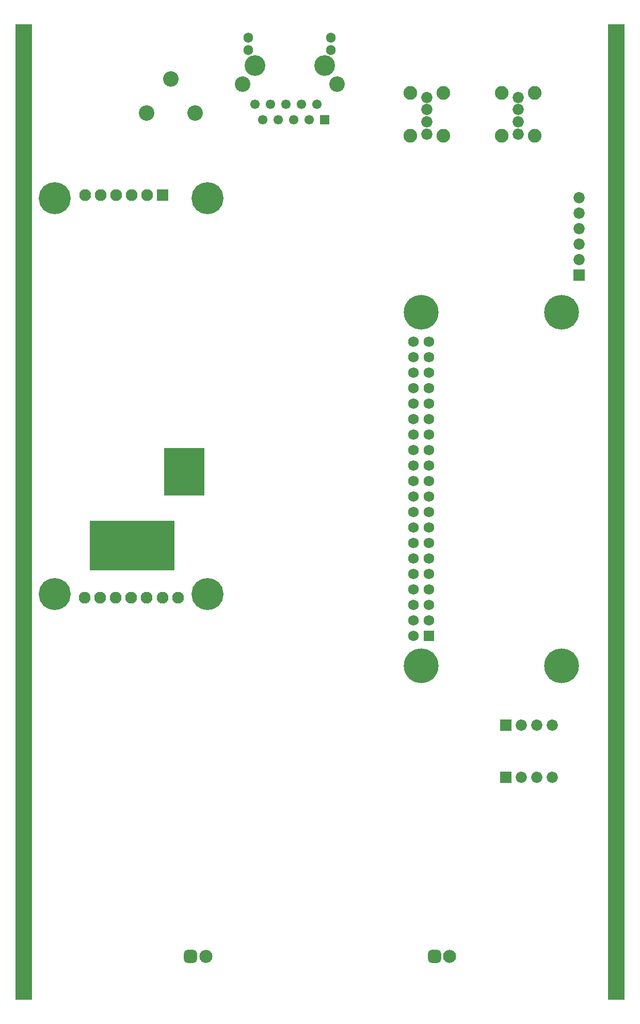
<source format=gbs>
%TF.GenerationSoftware,Altium Limited,Altium Designer,23.9.2 (47)*%
G04 Layer_Color=16711935*
%FSLAX44Y44*%
%MOMM*%
%TF.SameCoordinates,EA472C54-7DB4-4638-A036-459D61F9907A*%
%TF.FilePolarity,Negative*%
%TF.FileFunction,Soldermask,Bot*%
%TF.Part,Single*%
G01*
G75*
%TA.AperFunction,NonConductor*%
%ADD126R,2.7500X160.0000*%
%TA.AperFunction,ComponentPad*%
%ADD178C,2.5500*%
%ADD179C,5.7000*%
%ADD180R,1.7500X1.7500*%
%ADD181C,1.7500*%
%ADD182C,1.8500*%
%ADD183R,1.8500X1.8500*%
%ADD184R,1.8500X1.8500*%
%ADD185C,1.9500*%
%ADD186R,1.9500X1.9500*%
%ADD187C,5.2500*%
%ADD188C,2.2500*%
%ADD189O,1.5500X1.6700*%
%ADD190C,3.4000*%
%ADD191C,1.5500*%
%ADD192R,1.5500X1.5500*%
%ADD194C,2.1500*%
G04:AMPARAMS|DCode=195|XSize=2.15mm|YSize=2.15mm|CornerRadius=0.575mm|HoleSize=0mm|Usage=FLASHONLY|Rotation=0.000|XOffset=0mm|YOffset=0mm|HoleType=Round|Shape=RoundedRectangle|*
%AMROUNDEDRECTD195*
21,1,2.1500,1.0000,0,0,0.0*
21,1,1.0000,2.1500,0,0,0.0*
1,1,1.1500,0.5000,-0.5000*
1,1,1.1500,-0.5000,-0.5000*
1,1,1.1500,-0.5000,0.5000*
1,1,1.1500,0.5000,0.5000*
%
%ADD195ROUNDEDRECTD195*%
%TA.AperFunction,NonConductor*%
%ADD196R,13.8750X8.1500*%
%ADD197R,6.6250X7.9000*%
%TA.AperFunction,ComponentPad*%
%ADD198C,0.1500*%
D126*
X986248Y830000D02*
D03*
X13750D02*
D03*
D178*
X255000Y1540000D02*
D03*
X215351Y1484272D02*
D03*
X294722Y1484222D02*
D03*
X527450Y1532000D02*
D03*
X372550D02*
D03*
D179*
X895988Y577918D02*
D03*
X665988D02*
D03*
X895988Y1157918D02*
D03*
X665988D02*
D03*
D180*
X678688Y626618D02*
D03*
D181*
X653288D02*
D03*
Y652018D02*
D03*
Y677418D02*
D03*
Y702818D02*
D03*
Y728218D02*
D03*
Y753618D02*
D03*
Y779018D02*
D03*
Y804418D02*
D03*
Y829818D02*
D03*
Y855218D02*
D03*
Y880618D02*
D03*
Y906018D02*
D03*
Y931418D02*
D03*
Y956818D02*
D03*
Y982218D02*
D03*
Y1007618D02*
D03*
Y1033018D02*
D03*
Y1058418D02*
D03*
Y1083818D02*
D03*
X678688Y1109218D02*
D03*
X653288D02*
D03*
X678688Y1083818D02*
D03*
Y1058418D02*
D03*
Y1033018D02*
D03*
Y1007618D02*
D03*
Y982218D02*
D03*
Y956818D02*
D03*
Y931418D02*
D03*
Y906018D02*
D03*
Y880618D02*
D03*
Y855218D02*
D03*
Y829818D02*
D03*
Y804418D02*
D03*
Y779018D02*
D03*
Y753618D02*
D03*
Y728218D02*
D03*
Y702818D02*
D03*
Y677418D02*
D03*
Y652018D02*
D03*
D182*
X925000Y1295000D02*
D03*
Y1269600D02*
D03*
Y1244200D02*
D03*
Y1320400D02*
D03*
Y1345800D02*
D03*
X830400Y480000D02*
D03*
X881200D02*
D03*
X855800D02*
D03*
X675000Y1470000D02*
D03*
Y1510000D02*
D03*
Y1450000D02*
D03*
Y1490000D02*
D03*
X825000D02*
D03*
Y1450000D02*
D03*
Y1510000D02*
D03*
Y1470000D02*
D03*
X830400Y395000D02*
D03*
X881200D02*
D03*
X855800D02*
D03*
D183*
X925000Y1218800D02*
D03*
D184*
X805000Y480000D02*
D03*
Y395000D02*
D03*
D185*
X189850Y689600D02*
D03*
X164450D02*
D03*
X114400Y1350000D02*
D03*
X139800D02*
D03*
X165200D02*
D03*
X190600D02*
D03*
X216000D02*
D03*
X266850Y689600D02*
D03*
X241450D02*
D03*
X215250D02*
D03*
X113650D02*
D03*
X139050D02*
D03*
D186*
X241400Y1350000D02*
D03*
D187*
X315150Y1345000D02*
D03*
X64850D02*
D03*
Y695000D02*
D03*
X315150D02*
D03*
D188*
X702200Y1447300D02*
D03*
Y1517300D02*
D03*
X647800D02*
D03*
Y1447300D02*
D03*
X797800D02*
D03*
Y1517300D02*
D03*
X852200D02*
D03*
Y1447300D02*
D03*
D189*
X518000Y1588000D02*
D03*
Y1608300D02*
D03*
X382000D02*
D03*
Y1588000D02*
D03*
D190*
X507150Y1562500D02*
D03*
X392850D02*
D03*
D191*
X418250Y1499000D02*
D03*
X469050D02*
D03*
X443650D02*
D03*
X494450D02*
D03*
X430950Y1473600D02*
D03*
X405550D02*
D03*
X481750D02*
D03*
X456350D02*
D03*
X392850Y1499000D02*
D03*
D192*
X507150Y1473600D02*
D03*
D194*
X712500Y100500D02*
D03*
X312500D02*
D03*
D195*
X687500D02*
D03*
X287500D02*
D03*
D196*
X191375Y775000D02*
D03*
D197*
X277625Y896250D02*
D03*
D198*
X665988Y1157918D02*
D03*
X895988Y577918D02*
D03*
X665988D02*
D03*
X895988Y1157918D02*
D03*
%TF.MD5,c1503a07853ac0f0cd234b86e233544d*%
M02*

</source>
